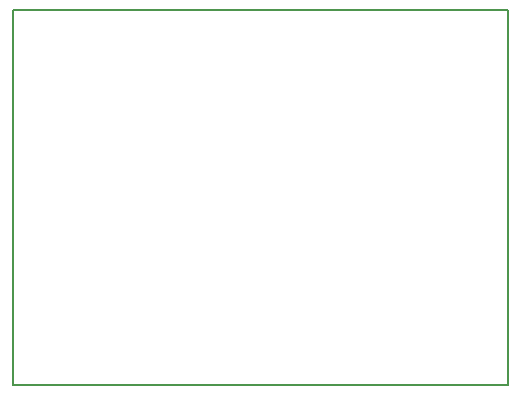
<source format=gbr>
G04 #@! TF.FileFunction,Profile,NP*
%FSLAX46Y46*%
G04 Gerber Fmt 4.6, Leading zero omitted, Abs format (unit mm)*
G04 Created by KiCad (PCBNEW 4.0.5-e0-6337~49~ubuntu16.04.1) date Fri Feb 17 15:09:23 2017*
%MOMM*%
%LPD*%
G01*
G04 APERTURE LIST*
%ADD10C,0.100000*%
%ADD11C,0.150000*%
G04 APERTURE END LIST*
D10*
D11*
X130810000Y-116840000D02*
X130810000Y-85090000D01*
X172720000Y-116840000D02*
X130810000Y-116840000D01*
X172720000Y-85090000D02*
X172720000Y-116840000D01*
X130810000Y-85090000D02*
X172720000Y-85090000D01*
M02*

</source>
